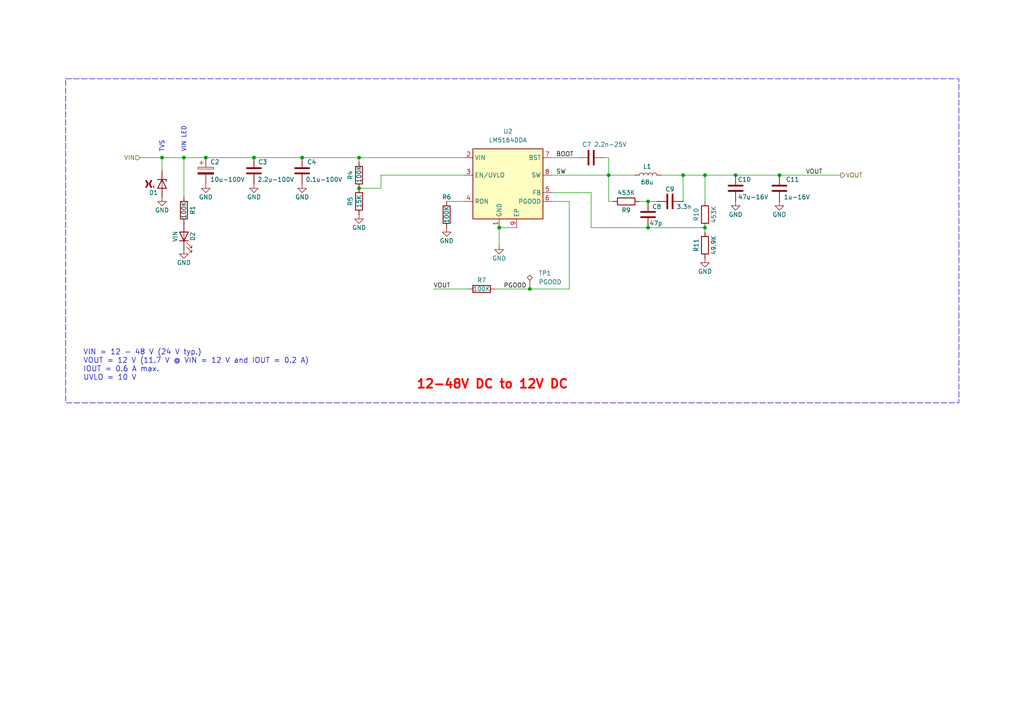
<source format=kicad_sch>
(kicad_sch (version 20250114) (generator "eeschema") (generator_version "9.0")
  (paper "A4")
  (title_block (title "Motor Controller Board NEVB-MTR1-C-1") (date "2025-04-25") (rev "01") (comment 1 "Contact: https://www.nexperia.com/support") (comment 2 "Designed for: Public Release") (comment 3 "Orderable: NEVB-MTR1-KIT1"))
  (lib_symbols
    (symbol "Connector:TestPoint_Alt" (pin_numbers (hide yes)) (pin_names (offset 0.762) (hide yes))
      (property "Reference" "TP" (at 0 6.858 0))
      (property "Value" "TestPoint_Alt" (at 0 5.08 0))
      (symbol "TestPoint_Alt_0_1"
        (polyline (pts (xy 0 2.54) (xy -0.762 3.302) (xy 0 4.064) (xy 0.762 3.302) (xy 0 2.54)))
      )
      (symbol "TestPoint_Alt_1_1"
        (pin passive line (at 0 0 90) (length 2.54) (name "1") (number "1"))
      )
    )
    (symbol "Device:C" (pin_numbers (hide yes)) (pin_names (offset 0.254))
      (property "Reference" "C" (at 0.635 2.54 0))
      (property "Value" "C" (at 0.635 -2.54 0))
      (symbol "C_0_1"
        (polyline (pts (xy -2.032 0.762) (xy 2.032 0.762)) (stroke (width 0.508)))
        (polyline (pts (xy -2.032 -0.762) (xy 2.032 -0.762)) (stroke (width 0.508)))
      )
      (symbol "C_1_1"
        (pin passive line (at 0 3.81 270) (length 2.794) (name "~") (number "1"))
        (pin passive line (at 0 -3.81 90) (length 2.794) (name "~") (number "2"))
      )
    )
    (symbol "Device:C_Polarized" (pin_numbers (hide yes)) (pin_names (offset 0.254))
      (property "Reference" "C" (at 0.635 2.54 0))
      (property "Value" "C_Polarized" (at 0.635 -2.54 0))
      (symbol "C_Polarized_0_1"
        (rectangle (start -2.286 0.508) (end 2.286 1.016))
        (polyline (pts (xy -1.778 2.286) (xy -0.762 2.286)))
        (polyline (pts (xy -1.27 2.794) (xy -1.27 1.778)))
        (rectangle (start 2.286 -0.508) (end -2.286 -1.016) (fill (type outline)))
      )
      (symbol "C_Polarized_1_1"
        (pin passive line (at 0 3.81 270) (length 2.794) (name "~") (number "1"))
        (pin passive line (at 0 -3.81 90) (length 2.794) (name "~") (number "2"))
      )
    )
    (symbol "Device:D_Zener" (pin_numbers (hide yes)) (pin_names (offset 1.016) (hide yes))
      (property "Reference" "D" (at 0 2.54 0))
      (property "Value" "D_Zener" (at 0 -2.54 0))
      (symbol "D_Zener_0_1"
        (polyline (pts (xy -1.27 -1.27) (xy -1.27 1.27) (xy -0.762 1.27)) (stroke (width 0.254)))
        (polyline (pts (xy 1.27 0) (xy -1.27 0)))
        (polyline (pts (xy 1.27 -1.27) (xy 1.27 1.27) (xy -1.27 0) (xy 1.27 -1.27)) (stroke (width 0.254)))
      )
      (symbol "D_Zener_1_1"
        (pin passive line (at -3.81 0 0) (length 2.54) (name "K") (number "1"))
        (pin passive line (at 3.81 0 180) (length 2.54) (name "A") (number "2"))
      )
    )
    (symbol "Device:L" (pin_numbers (hide yes)) (pin_names (offset 1.016) (hide yes))
      (property "Reference" "L" (at -1.27 0 90))
      (property "Value" "L" (at 1.905 0 90))
      (symbol "L_0_1"
        (arc (start 0 2.54) (mid 0.6323 1.905) (end 0 1.27))
        (arc (start 0 1.27) (mid 0.6323 0.635) (end 0 0))
        (arc (start 0 0) (mid 0.6323 -0.635) (end 0 -1.27))
        (arc (start 0 -1.27) (mid 0.6323 -1.905) (end 0 -2.54))
      )
      (symbol "L_1_1"
        (pin passive line (at 0 3.81 270) (length 1.27) (name "1") (number "1"))
        (pin passive line (at 0 -3.81 90) (length 1.27) (name "2") (number "2"))
      )
    )
    (symbol "Device:LED" (pin_numbers (hide yes)) (pin_names (offset 1.016) (hide yes))
      (property "Reference" "D" (at 0 2.54 0))
      (property "Value" "LED" (at 0 -2.54 0))
      (symbol "LED_0_1"
        (polyline (pts (xy -3.048 -0.762) (xy -4.572 -2.286) (xy -3.81 -2.286) (xy -4.572 -2.286) (xy -4.572 -1.524)))
        (polyline (pts (xy -1.778 -0.762) (xy -3.302 -2.286) (xy -2.54 -2.286) (xy -3.302 -2.286) (xy -3.302 -1.524)))
        (polyline (pts (xy -1.27 0) (xy 1.27 0)))
        (polyline (pts (xy -1.27 -1.27) (xy -1.27 1.27)) (stroke (width 0.254)))
        (polyline (pts (xy 1.27 -1.27) (xy 1.27 1.27) (xy -1.27 0) (xy 1.27 -1.27)) (stroke (width 0.254)))
      )
      (symbol "LED_1_1"
        (pin passive line (at -3.81 0 0) (length 2.54) (name "K") (number "1"))
        (pin passive line (at 3.81 0 180) (length 2.54) (name "A") (number "2"))
      )
    )
    (symbol "Device:R" (pin_numbers (hide yes)) (pin_names (offset 0))
      (property "Reference" "R" (at 2.032 0 90))
      (property "Value" "R" (at 0 0 90))
      (symbol "R_0_1"
        (rectangle (start -1.016 -2.54) (end 1.016 2.54) (stroke (width 0.254)))
      )
      (symbol "R_1_1"
        (pin passive line (at 0 3.81 270) (length 1.27) (name "~") (number "1"))
        (pin passive line (at 0 -3.81 90) (length 1.27) (name "~") (number "2"))
      )
    )
    (symbol "Regulator_Switching:LM5164DDA"
      (property "Reference" "U" (at -8.89 11.43 0))
      (property "Value" "LM5164DDA" (at 5.08 11.43 0))
      (symbol "LM5164DDA_1_1"
        (rectangle (start -10.16 10.16) (end 10.16 -10.16) (stroke (width 0.254)) (fill (type background)))
        (pin power_in line (at -12.7 7.62 0) (length 2.54) (name "VIN") (number "2"))
        (pin input line (at -12.7 2.54 0) (length 2.54) (name "EN/UVLO") (number "3"))
        (pin passive line (at -12.7 -5.08 0) (length 2.54) (name "RON") (number "4"))
        (pin power_in line (at -2.54 -12.7 90) (length 2.54) (name "GND") (number "1"))
        (pin passive line (at 2.54 -12.7 90) (length 2.54) (name "EP") (number "9"))
        (pin passive line (at 12.7 7.62 180) (length 2.54) (name "BST") (number "7"))
        (pin power_out line (at 12.7 2.54 180) (length 2.54) (name "SW") (number "8"))
        (pin input line (at 12.7 -2.54 180) (length 2.54) (name "FB") (number "5"))
        (pin open_collector line (at 12.7 -5.08 180) (length 2.54) (name "PGOOD") (number "6"))
      )
    )
    (symbol "power:GND" (power) (pin_numbers (hide yes)) (pin_names (offset 0) (hide yes))
      (property "Value" "GND" (at 0 -3.81 0))
      (symbol "GND_0_1"
        (polyline (pts (xy 0 0) (xy 0 -1.27) (xy 1.27 -1.27) (xy 0 -2.54) (xy -1.27 -1.27) (xy 0 -1.27)))
      )
      (symbol "GND_1_1"
        (pin power_in line (at 0 0 270) (length 0) (name "~") (number "1"))
      )
    )
    (symbol "project:Nexperia_X_Stamp_Logo_5x4mm" (pin_names (offset 1.016)) (in_bom no)
      (symbol "Nexperia_X_Stamp_Logo_5x4mm_0_0"
        (polyline (pts (xy -0.7802 -1.055) (xy -0.7661 -1.055) (xy -0.7527 -1.0549) (xy -0.7401 -1.0549) (xy -0.7284 -1.0548) (xy -0.7179 -1.0548) (xy -0.7087 -1.0547) (xy -0.7008 -1.0546) (xy -0.6945 -1.0545) (xy -0.6899 -1.0544) (xy -0.687 -1.0543) (xy -0.6856 -1.0542) (xy -0.6709 -1.0525) (xy -0.6578 -1.0497) (xy -0.646 -1.0457) (xy -0.6354 -1.0404) (xy -0.6259 -1.0338) (xy -0.6172 -1.0258) (xy -0.616 -1.0245) (xy -0.6118 -1.0198) (xy -0.6079 -1.0146) (xy -0.604 -1.0088) (xy -0.5999 -1.002) (xy -0.5954 -0.9939) (xy -0.5904 -0.9842) (xy -0.5893 -0.982) (xy -0.5873 -0.9781) (xy -0.5845 -0.9725) (xy -0.5808 -0.9654) (xy -0.5764 -0.9566) (xy -0.5711 -0.9463) (xy -0.5652 -0.9347) (xy -0.5585 -0.9216) (xy -0.5512 -0.9072) (xy -0.5432 -0.8915) (xy -0.5346 -0.8747) (xy -0.5254 -0.8566) (xy -0.5157 -0.8375) (xy -0.5054 -0.8174) (xy -0.4947 -0.7963) (xy -0.4835 -0.7743) (xy -0.4718 -0.7514) (xy -0.4598 -0.7277) (xy -0.4473 -0.7033) (xy -0.4345 -0.6783) (xy -0.4215 -0.6526) (xy -0.4081 -0.6263) (xy -0.3944 -0.5996) (xy -0.3806 -0.5724) (xy -0.3665 -0.5448) (xy -0.3655 -0.5427) (xy -0.3515 -0.5152) (xy -0.3376 -0.4881) (xy -0.3241 -0.4614) (xy -0.3108 -0.4353) (xy -0.2977 -0.4098) (xy -0.2851 -0.3848) (xy -0.2727 -0.3606) (xy -0.2608 -0.3371) (xy -0.2492 -0.3145) (xy -0.2381 -0.2927) (xy -0.2275 -0.2718) (xy -0.2174 -0.2519) (xy -0.2078 -0.2331) (xy -0.1988 -0.2153) (xy -0.1904 -0.1988) (xy -0.1826 -0.1834) (xy -0.1754 -0.1693) (xy -0.1689 -0.1565) (xy -0.1631 -0.1452) (xy -0.1581 -0.1352) (xy -0.1538 -0.1268) (xy -0.1504 -0.1199) (xy -0.1477 -0.1147) (xy -0.146 -0.1112) (xy -0.1451 -0.1093) (xy -0.1407 -0.1001) (xy -0.1331 -0.082) (xy -0.1265 -0.0643) (xy -0.1211 -0.0472) (xy -0.1171 -0.0312) (xy -0.117 -0.0306) (xy -0.116 -0.0258) (xy -0.1153 -0.0215) (xy -0.1149 -0.0173) (xy -0.1146 -0.0127) (xy -0.1145 -0.0071) (xy -0.1145 0) (xy -0.1145 0.001) (xy -0.1145 0.0079) (xy -0.1146 0.0133) (xy -0.1149 0.0179) (xy -0.1154 0.022) (xy -0.1161 0.0263) (xy -0.1171 0.0312) (xy -0.119 0.0392) (xy -0.1237 0.0558) (xy -0.1297 0.0732) (xy -0.1368 0.0912) (xy -0.1451 0.1093) (xy -0.1451 0.1094) (xy -0.1461 0.1114) (xy -0.1479 0.115) (xy -0.1506 0.1204) (xy -0.1541 0.1274) (xy -0.1585 0.1359) (xy -0.1635 0.1459) (xy -0.1694 0.1574) (xy -0.1759 0.1703) (xy -0.1831 0.1845) (xy -0.191 0.1999) (xy -0.1994 0.2166) (xy -0.2085 0.2344) (xy -0.2181 0.2534) (xy -0.2283 0.2733) (xy -0.2389 0.2943) (xy -0.2501 0.3161) (xy -0.2616 0.3388) (xy -0.2736 0.3624) (xy -0.286 0.3867) (xy -0.2987 0.4116) (xy -0.3117 0.4372) (xy -0.3251 0.4634) (xy -0.3387 0.4901) (xy -0.3525 0.5172) (xy -0.3665 0.5448) (xy -0.3672 0.546) (xy -0.3812 0.5736) (xy -0.3951 0.6008) (xy -0.4087 0.6275) (xy -0.4221 0.6537) (xy -0.4351 0.6794) (xy -0.4479 0.7045) (xy -0.4603 0.7288) (xy -0.4724 0.7525) (xy -0.484 0.7753) (xy -0.4952 0.7973) (xy -0.5059 0.8183) (xy -0.5162 0.8384) (xy -0.5259 0.8575) (xy -0.535 0.8754) (xy -0.5436 0.8923) (xy -0.5515 0.9079) (xy -0.5588 0.9222) (xy -0.5655 0.9352) (xy -0.5714 0.9468) (xy -0.5766 0.957) (xy -0.581 0.9657) (xy -0.5846 0.9728) (xy -0.5874 0.9783) (xy -0.5894 0.9822) (xy -0.5904 0.9842) (xy -0.5917 0.9868) (xy -0.5966 0.9961) (xy -0.6009 1.0038) (xy -0.605 1.0103) (xy -0.6089 1.016) (xy -0.6129 1.021) (xy -0.6171 1.0257) (xy -0.6222 1.0307) (xy -0.6307 1.0375) (xy -0.64 1.043) (xy -0.6503 1.0474) (xy -0.6619 1.0507) (xy -0.6748 1.053) (xy -0.6893 1.0543) (xy -0.6927 1.0545) (xy -0.6983 1.0546) (xy -0.7058 1.0548) (xy -0.7152 1.0549) (xy -0.7265 1.0549) (xy -0.7395 1.055) (xy -0.7542 1.0551) (xy -0.7706 1.0551) (xy -0.7887 1.0551) (xy -0.8083 1.0551) (xy -0.8295 1.0551) (xy -0.8521 1.055) (xy -0.8662 1.055) (xy -0.885 1.055) (xy -0.902 1.0549) (xy -0.9171 1.0549) (xy -0.9307 1.0548) (xy -0.9427 1.0547) (xy -0.9532 1.0547) (xy -0.9624 1.0546) (xy -0.9703 1.0545) (xy -0.9771 1.0544) (xy -0.9828 1.0543) (xy -0.9876 1.0542) (xy -0.9915 1.0541) (xy -0.9947 1.054) (xy -0.9972 1.0538) (xy -0.9992 1.0537) (xy -1.0007 1.0535) (xy -1.0018 1.0533) (xy -1.0027 1.053) (xy -1.0073 1.0514) (xy -1.0156 1.0473) (xy -1.0223 1.0422) (xy -1.0273 1.0361) (xy -1.0305 1.0293) (xy -1.0319 1.0217) (xy -1.0315 1.0135) (xy -1.0291 1.0048) (xy -1.029 1.0046) (xy -1.0289 1.0042) (xy -1.0287 1.0038) (xy -1.0285 1.0034) (xy -1.0283 1.0028) (xy -1.028 1.0021) (xy -1.0276 1.0013) (xy -1.0271 1.0002) (xy -1.0265 0.9989) (xy -1.0257 0.9973) (xy -1.0248 0.9954) (xy -1.0237 0.9932) (xy -1.0223 0.9905) (xy -1.0208 0.9874) (xy -1.019 0.9839) (xy -1.017 0.9799) (xy -1.0147 0.9753) (xy -1.0121 0.9702) (xy -1.0092 0.9644) (xy -1.006 0.958) (xy -1.0024 0.9509) (xy -0.9984 0.9431) (xy -0.9941 0.9345) (xy -0.9893 0.9251) (xy -0.9841 0.9149) (xy -0.9785 0.9039) (xy -0.9724 0.8919) (xy -0.9659 0.879) (xy -0.9588 0.865) (xy -0.9512 0.8501) (xy -0.9431 0.8341) (xy -0.9344 0.817) (xy -0.9251 0.7988) (xy -0.9152 0.7795) (xy -0.9048 0.7589) (xy -0.8937 0.737) (xy -0.8819 0.7139) (xy -0.8695 0.6895) (xy -0.8564 0.6638) (xy -0.8426 0.6366) (xy -0.828 0.608) (xy -0.8127 0.578) (xy -0.7967 0.5464) (xy -0.7798 0.5133) (xy -0.7622 0.4787) (xy -0.7437 0.4424) (xy -0.7244 0.4045) (xy -0.7042 0.3649) (xy -0.6832 0.3236) (xy -0.6613 0.2805) (xy -0.6557 0.2696) (xy -0.6445 0.2475) (xy -0.6335 0.2259) (xy -0.6228 0.2049) (xy -0.6124 0.1845) (xy -0.6024 0.1648) (xy -0.5928 0.1459) (xy -0.5836 0.1278) (xy -0.5749 0.1106) (xy -0.5667 0.0944) (xy -0.559 0.0792) (xy -0.5519 0.0652) (xy -0.5454 0.0523) (xy -0.5395 0.0407) (xy -0.5343 0.0304) (xy -0.5297 0.0215) (xy -0.526 0.014) (xy -0.523 0.008) (xy -0.5208 0.0037) (xy -0.5195 0.001) (xy -0.519 0) (xy -0.5191 -0.0001) (xy -0.5194 -0.0008) (xy -0.52 -0.0021) (xy -0.521 -0.004) (xy -0.5222 -0.0066) (xy -0.5239 -0.0099) (xy -0.5259 -0.0139) (xy -0.5283 -0.0187) (xy -0.5311 -0.0242) (xy -0.5343 -0.0306) (xy -0.538 -0.0378) (xy -0.5421 -0.046) (xy -0.5467 -0.055) (xy -0.5518 -0.065) (xy -0.5573 -0.076) (xy -0.5634 -0.0879) (xy -0.57 -0.101) (xy -0.5772 -0.1151) (xy -0.5849 -0.1303) (xy -0.5932 -0.1466) (xy -0.6021 -0.1641) (xy -0.6116 -0.1828) (xy -0.6218 -0.2027) (xy -0.6325 -0.2239) (xy -0.644 -0.2464) (xy -0.6561 -0.2703) (xy -0.6689 -0.2954) (xy -0.6824 -0.322) (xy -0.6967 -0.35) (xy -0.7116 -0.3794) (xy -0.7274 -0.4103) (xy -0.7439 -0.4428) (xy -0.7612 -0.4767) (xy -0.7793 -0.5123) (xy -0.7982 -0.5494) (xy -0.8179 -0.5882) (xy -0.8385 -0.6287) (xy -0.86 -0.6709) (xy -0.8823 -0.7148) (xy -0.9056 -0.7605) (xy -0.9094 -0.7681) (xy -0.9219 -0.7925) (xy -0.9334 -0.8152) (xy -0.9442 -0.8363) (xy -0.9541 -0.8557) (xy -0.9632 -0.8737) (xy -0.9716 -0.8901) (xy -0.9792 -0.9052) (xy -0.9862 -0.9189) (xy -0.9925 -0.9314) (xy -0.9982 -0.9426) (xy -1.0032 -0.9526) (xy -1.0078 -0.9615) (xy -1.0117 -0.9694) (xy -1.0152 -0.9764) (xy -1.0182 -0.9824) (xy -1.0208 -0.9875) (xy -1.023 -0.9919) (xy -1.0248 -0.9955) (xy -1.0262 -0.9984) (xy -1.0273 -1.0008) (xy -1.0282 -1.0026) (xy -1.0287 -1.0039) (xy -1.0291 -1.0048) (xy -1.0305 -1.0091) (xy -1.0319 -1.0175) (xy -1.0314 -1.0254) (xy -1.0291 -1.0326) (xy -1.0252 -1.0391) (xy -1.0198 -1.0446) (xy -1.0128 -1.049) (xy -1.0044 -1.0523) (xy -0.9948 -1.0542) (xy -0.9942 -1.0543) (xy -0.9915 -1.0544) (xy -0.9869 -1.0545) (xy -0.9807 -1.0546) (xy -0.9729 -1.0547) (xy -0.9637 -1.0548) (xy -0.9532 -1.0548) (xy -0.9416 -1.0549) (xy -0.9291 -1.0549) (xy -0.9157 -1.055) (xy -0.9016 -1.055) (xy -0.8869 -1.0551) (xy -0.8718 -1.0551) (xy -0.8564 -1.0551) (xy -0.8409 -1.0551) (xy -0.8254 -1.0551) (xy -0.81 -1.0551) (xy -0.7949 -1.0551) (xy -0.7802 -1.055)) (stroke (width 0.01)) (fill (type outline)))
        (polyline (pts (xy 0.8794 -1.0548) (xy 0.8874 -1.052) (xy 0.8904 -1.0508) (xy 0.8987 -1.0466) (xy 0.9052 -1.0415) (xy 0.9099 -1.0355) (xy 0.9128 -1.0286) (xy 0.9139 -1.0208) (xy 0.9132 -1.0123) (xy 0.9132 -1.0121) (xy 0.9131 -1.0117) (xy 0.9132 -1.0115) (xy 0.9132 -1.0113) (xy 0.9133 -1.0112) (xy 0.9133 -1.011) (xy 0.9134 -1.0109) (xy 0.9134 -1.0106) (xy 0.9133 -1.0103) (xy 0.9132 -1.0098) (xy 0.913 -1.0092) (xy 0.9126 -1.0083) (xy 0.9121 -1.0072) (xy 0.9115 -1.0057) (xy 0.9107 -1.004) (xy 0.9097 -1.0018) (xy 0.9085 -0.9993) (xy 0.907 -0.9963) (xy 0.9053 -0.9928) (xy 0.9033 -0.9888) (xy 0.9011 -0.9843) (xy 0.8985 -0.9791) (xy 0.8956 -0.9734) (xy 0.8924 -0.9669) (xy 0.8888 -0.9598) (xy 0.8848 -0.9519) (xy 0.8804 -0.9432) (xy 0.8756 -0.9337) (xy 0.8703 -0.9233) (xy 0.8646 -0.912) (xy 0.8585 -0.8998) (xy 0.8518 -0.8867) (xy 0.8446 -0.8725) (xy 0.8368 -0.8573) (xy 0.8286 -0.841) (xy 0.8197 -0.8236) (xy 0.8103 -0.805) (xy 0.8002 -0.7852) (xy 0.7895 -0.7642) (xy 0.7782 -0.7419) (xy 0.7662 -0.7183) (xy 0.7535 -0.6934) (xy 0.7401 -0.6671) (xy 0.726 -0.6393) (xy 0.7111 -0.6101) (xy 0.6955 -0.5794) (xy 0.6791 -0.5472) (xy 0.6619 -0.5134) (xy 0.6438 -0.478) (xy 0.625 -0.4409) (xy 0.6052 -0.4022) (xy 0.5846 -0.3617) (xy 0.5632 -0.3195) (xy 0.5542 -0.302) (xy 0.5423 -0.2786) (xy 0.5307 -0.2557) (xy 0.5193 -0.2334) (xy 0.5083 -0.2117) (xy 0.4976 -0.1907) (xy 0.4873 -0.1705) (xy 0.4775 -0.1511) (xy 0.468 -0.1325) (xy 0.4591 -0.1149) (xy 0.4507 -0.0984) (xy 0.4428 -0.0829) (xy 0.4356 -0.0686) (xy 0.4289 -0.0555) (xy 0.4229 -0.0436) (xy 0.4176 -0.0331) (xy 0.413 -0.024) (xy 0.4091 -0.0164) (xy 0.406 -0.0103) (xy 0.4038 -0.0058) (xy 0.4024 -0.003) (xy 0.4018 -0.0019) (xy 0.4018 -0.0016) (xy 0.4019 -0.001) (xy 0.4022 -0.0001) (xy 0.4027 0.0013) (xy 0.4035 0.003) (xy 0.4045 0.0053) (xy 0.4058 0.0081) (xy 0.4074 0.0115) (xy 0.4093 0.0156) (xy 0.4117 0.0204) (xy 0.4144 0.0259) (xy 0.4175 0.0323) (xy 0.4211 0.0395) (xy 0.4252 0.0477) (xy 0.4298 0.0569) (xy 0.435 0.0671) (xy 0.4406 0.0784) (xy 0.4469 0.0908) (xy 0.4538 0.1044) (xy 0.4614 0.1193) (xy 0.4696 0.1355) (xy 0.4785 0.153) (xy 0.4881 0.172) (xy 0.4985 0.1924) (xy 0.5097 0.2144) (xy 0.5216 0.2379) (xy 0.5345 0.2631) (xy 0.5481 0.29) (xy 0.5627 0.3186) (xy 0.5731 0.339) (xy 0.5942 0.3804) (xy 0.6144 0.4201) (xy 0.6337 0.4581) (xy 0.6522 0.4944) (xy 0.6698 0.529) (xy 0.6867 0.5621) (xy 0.7027 0.5936) (xy 0.718 0.6237) (xy 0.7325 0.6522) (xy 0.7463 0.6793) (xy 0.7594 0.705) (xy 0.7717 0.7293) (xy 0.7834 0.7523) (xy 0.7945 0.774) (xy 0.8049 0.7944) (xy 0.8147 0.8136) (xy 0.8238 0.8317) (xy 0.8324 0.8486) (xy 0.8405 0.8644) (xy 0.8479 0.8791) (xy 0.8549 0.8928) (xy 0.8614 0.9056) (xy 0.8673 0.9173) (xy 0.8728 0.9282) (xy 0.8779 0.9381) (xy 0.8825 0.9473) (xy 0.8867 0.9556) (xy 0.8905 0.9632) (xy 0.8939 0.97) (xy 0.897 0.9761) (xy 0.8997 0.9816) (xy 0.9022 0.9865) (xy 0.9043 0.9908) (xy 0.9061 0.9945) (xy 0.9077 0.9978) (xy 0.9091 1.0006) (xy 0.9102 1.0029) (xy 0.9111 1.0049) (xy 0.9118 1.0065) (xy 0.9124 1.0078) (xy 0.9128 1.0088) (xy 0.9131 1.0096) (xy 0.9133 1.0101) (xy 0.9134 1.0105) (xy 0.9134 1.0108) (xy 0.9134 1.011) (xy 0.9133 1.0111) (xy 0.9133 1.0112) (xy 0.9132 1.0113) (xy 0.9131 1.0115) (xy 0.9131 1.0118) (xy 0.9132 1.0122) (xy 0.9136 1.0151) (xy 0.9138 1.0234) (xy 0.9121 1.0309) (xy 0.9086 1.0375) (xy 0.9033 1.0432) (xy 0.8962 1.048) (xy 0.8874 1.052) (xy 0.8794 1.0548) (xy 0.7343 1.0551) (xy 0.7256 1.0551) (xy 0.7043 1.0551) (xy 0.6849 1.0552) (xy 0.6672 1.0552) (xy 0.6512 1.0552) (xy 0.6369 1.0551) (xy 0.624 1.0551) (xy 0.6124 1.055) (xy 0.6022 1.0549) (xy 0.5932 1.0548) (xy 0.5852 1.0546) (xy 0.5783 1.0544) (xy 0.5722 1.0542) (xy 0.567 1.0539) (xy 0.5624 1.0536) (xy 0.5584 1.0533) (xy 0.555 1.0529) (xy 0.5519 1.0525) (xy 0.5491 1.052) (xy 0.5466 1.0514) (xy 0.5441 1.0508) (xy 0.5419 1.0503) (xy 0.5322 1.0473) (xy 0.5239 1.044) (xy 0.5165 1.0399) (xy 0.5094 1.0349) (xy 0.5023 1.0287) (xy 0.4988 1.0252) (xy 0.4928 1.0184) (xy 0.4872 1.0106) (xy 0.4816 1.0015) (xy 0.4758 0.9907) (xy 0.4751 0.9893) (xy 0.4733 0.9858) (xy 0.4707 0.9807) (xy 0.4673 0.9741) (xy 0.4632 0.9661) (xy 0.4585 0.9568) (xy 0.4532 0.9464) (xy 0.4474 0.935) (xy 0.4411 0.9226) (xy 0.4344 0.9095) (xy 0.4274 0.8956) (xy 0.42 0.8812) (xy 0.4124 0.8664) (xy 0.4047 0.8512) (xy 0.403 0.8478) (xy 0.3806 0.8039) (xy 0.3591 0.7618) (xy 0.3385 0.7214) (xy 0.3188 0.6826) (xy 0.2999 0.6456) (xy 0.2818 0.6101) (xy 0.2645 0.5762) (xy 0.248 0.5438) (xy 0.2323 0.5129) (xy 0.2173 0.4835) (xy 0.2031 0.4555) (xy 0.1895 0.4289) (xy 0.1766 0.4037) (xy 0.1645 0.3798) (xy 0.1529 0.3571) (xy 0.142 0.3357) (xy 0.1317 0.3155) (xy 0.122 0.2964) (xy 0.1129 0.2785) (xy 0.1044 0.2617) (xy 0.0964 0.246) (xy 0.0889 0.2312) (xy 0.0819 0.2175) (xy 0.0754 0.2046) (xy 0.0693 0.1927) (xy 0.0638 0.1817) (xy 0.0586 0.1715) (xy 0.0538 0.1621) (xy 0.0495 0.1535) (xy 0.0455 0.1456) (xy 0.0419 0.1383) (xy 0.0386 0.1318) (xy 0.0356 0.1258) (xy 0.0329 0.1204) (xy 0.0305 0.1156) (xy 0.0284 0.1113) (xy 0.0265 0.1074) (xy 0.0248 0.1039) (xy 0.0233 0.1009) (xy 0.022 0.0982) (xy 0.0209 0.0958) (xy 0.02 0.0938) (xy 0.0191 0.0919) (xy 0.0184 0.0903) (xy 0.0178 0.0888) (xy 0.0172 0.0875) (xy 0.0167 0.0863) (xy 0.0162 0.0851) (xy 0.0158 0.084) (xy 0.0153 0.0828) (xy 0.0149 0.0816) (xy 0.0113 0.0723) (xy 0.0056 0.0555) (xy 0.0012 0.0398) (xy -0.0019 0.0249) (xy -0.0035 0.0105) (xy -0.0038 -0.0037) (xy -0.0028 -0.018) (xy -0.0004 -0.0327) (xy 0.0033 -0.048) (xy 0.0084 -0.0642) (xy 0.0149 -0.0816) (xy 0.0149 -0.0817) (xy 0.0154 -0.0829) (xy 0.0158 -0.0841) (xy 0.0163 -0.0852) (xy 0.0167 -0.0864) (xy 0.0172 -0.0876) (xy 0.0178 -0.0889) (xy 0.0184 -0.0904) (xy 0.0192 -0.092) (xy 0.02 -0.0939) (xy 0.021 -0.096) (xy 0.0221 -0.0984) (xy 0.0234 -0.1011) (xy 0.0249 -0.1042) (xy 0.0266 -0.1077) (xy 0.0285 -0.1116) (xy 0.0307 -0.1159) (xy 0.0331 -0.1208) (xy 0.0358 -0.1262) (xy 0.0388 -0.1322) (xy 0.0421 -0.1389) (xy 0.0458 -0.1461) (xy 0.0498 -0.1541) (xy 0.0542 -0.1628) (xy 0.059 -0.1722) (xy 0.0642 -0.1825) (xy 0.0698 -0.1936) (xy 0.0759 -0.2056) (xy 0.0824 -0.2184) (xy 0.0894 -0.2323) (xy 0.0969 -0.2471) (xy 0.105 -0.2629) (xy 0.1136 -0.2798) (xy 0.1227 -0.2978) (xy 0.1325 -0.317) (xy 0.1428 -0.3373) (xy 0.1538 -0.3588) (xy 0.1653 -0.3815) (xy 0.1776 -0.4055) (xy 0.1905 -0.4309) (xy 0.2041 -0.4576) (xy 0.2184 -0.4857) (xy 0.2334 -0.5152) (xy 0.2492 -0.5462) (xy 0.2658 -0.5787) (xy 0.2831 -0.6127) (xy 0.3013 -0.6483) (xy 0.3202 -0.6855) (xy 0.34 -0.7243) (xy 0.3607 -0.7649) (xy 0.3822 -0.8071) (xy 0.4047 -0.8512) (xy 0.4099 -0.8613) (xy 0.4175 -0.8763) (xy 0.4249 -0.8909) (xy 0.4321 -0.9049) (xy 0.4389 -0.9183) (xy 0.4453 -0.9309) (xy 0.4513 -0.9427) (xy 0.4568 -0.9534) (xy 0.4617 -0.9631) (xy 0.466 -0.9715) (xy 0.4696 -0.9786) (xy 0.4725 -0.9843) (xy 0.4746 -0.9883) (xy 0.4758 -0.9907) (xy 0.4787 -0.9962) (xy 0.482 -1.0021) (xy 0.4852 -1.0076) (xy 0.488 -1.012) (xy 0.4889 -1.0132) (xy 0.4936 -1.0193) (xy 0.4991 -1.0254) (xy 0.5051 -1.0312) (xy 0.511 -1.0363) (xy 0.5164 -1.04) (xy 0.5178 -1.0408) (xy 0.5282 -1.0458) (xy 0.54 -1.0497) (xy 0.5527 -1.0526) (xy 0.566 -1.0542) (xy 0.5661 -1.0542) (xy 0.5686 -1.0543) (xy 0.5731 -1.0544) (xy 0.5793 -1.0544) (xy 0.5871 -1.0545) (xy 0.5965 -1.0546) (xy 0.6072 -1.0547) (xy 0.6193 -1.0547) (xy 0.6324 -1.0548) (xy 0.6466 -1.0548) (xy 0.6617 -1.0549) (xy 0.6776 -1.0549) (xy 0.6942 -1.0549) (xy 0.7112 -1.0549) (xy 0.7287 -1.0549) (xy 0.8794 -1.0548)) (stroke (width 0.01)) (fill (type outline)))
        (polyline (pts (xy 1.3946 -1.0539) (xy 1.4043 -1.0533) (xy 1.4132 -1.0525) (xy 1.4205 -1.0513) (xy 1.4296 -1.0493) (xy 1.4479 -1.0436) (xy 1.4652 -1.0362) (xy 1.4816 -1.0272) (xy 1.4968 -1.0167) (xy 1.5109 -1.0047) (xy 1.5237 -0.9913) (xy 1.5352 -0.9767) (xy 1.5451 -0.9608) (xy 1.5536 -0.9439) (xy 1.5604 -0.926) (xy 1.5655 -0.9071) (xy 1.5658 -0.9055) (xy 1.5665 -0.9021) (xy 1.567 -0.8988) (xy 1.5673 -0.8952) (xy 1.5675 -0.891) (xy 1.5677 -0.8859) (xy 1.5677 -0.8794) (xy 1.5678 -0.8713) (xy 1.5678 -0.8676) (xy 1.5677 -0.8603) (xy 1.5676 -0.8544) (xy 1.5675 -0.8497) (xy 1.5672 -0.8458) (xy 1.5668 -0.8424) (xy 1.5662 -0.8391) (xy 1.5655 -0.8355) (xy 1.563 -0.8256) (xy 1.557 -0.8069) (xy 1.5493 -0.7892) (xy 1.5399 -0.7726) (xy 1.5289 -0.7572) (xy 1.5164 -0.743) (xy 1.5024 -0.7301) (xy 1.4869 -0.7185) (xy 1.4847 -0.7171) (xy 1.4682 -0.7076) (xy 1.4511 -0.6999) (xy 1.4334 -0.6941) (xy 1.4152 -0.6901) (xy 1.3968 -0.6881) (xy 1.3783 -0.6878) (xy 1.3598 -0.6895) (xy 1.3414 -0.6931) (xy 1.3233 -0.6986) (xy 1.3057 -0.7059) (xy 1.2971 -0.7103) (xy 1.2811 -0.7202) (xy 1.2662 -0.7317) (xy 1.2525 -0.7447) (xy 1.2402 -0.7589) (xy 1.2295 -0.7743) (xy 1.2225 -0.7865) (xy 1.2154 -0.8021) (xy 1.2097 -0.8181) (xy 1.2055 -0.834) (xy 1.2048 -0.8381) (xy 1.2023 -0.8569) (xy 1.2018 -0.8755) (xy 1.2031 -0.8937) (xy 1.2062 -0.9115) (xy 1.2111 -0.9288) (xy 1.2175 -0.9454) (xy 1.2255 -0.9613) (xy 1.235 -0.9763) (xy 1.2458 -0.9903) (xy 1.2581 -1.0033) (xy 1.2715 -1.015) (xy 1.2862 -1.0255) (xy 1.3019 -1.0346) (xy 1.3187 -1.0421) (xy 1.3365 -1.048) (xy 1.3551 -1.0523) (xy 1.3574 -1.0526) (xy 1.3653 -1.0534) (xy 1.3746 -1.0539) (xy 1.3845 -1.0541) (xy 1.3946 -1.0539)) (stroke (width 0.01)) (fill (type outline)))
      )
    )
  )
  (rectangle (start 19.05 22.86) (end 278.13 116.84) (stroke (width 0) (type dash)))
  (text "VIN LED" (at 54.102 44.196 90) (effects (font (size 1.27 1.27)) (justify left bottom)))
  (text "VIN = 12 - 48 V (24 V typ.)\nVOUT = 12 V (11.7 V @ VIN = 12 V and IOUT = 0.2 A)\nIOUT = 0.6 A max.\nUVLO = 10 V" (at 24.13 110.49 0) (effects (font (size 1.524 1.524)) (justify left bottom)))
  (text "TVS" (at 47.752 44.196 90) (effects (font (size 1.27 1.27)) (justify left bottom)))
  (text "12-48V DC to 12V DC" (at 120.65 113.03 0) (effects (font (size 2.54 2.54) (thickness 0.508) (bold yes)) (justify left bottom)))
  (junction (at 73.66 45.72))
  (junction (at 213.36 50.8))
  (junction (at 204.47 50.8))
  (junction (at 53.34 45.72))
  (junction (at 198.12 50.8))
  (junction (at 176.53 50.8))
  (junction (at 226.06 50.8))
  (junction (at 187.96 58.42))
  (junction (at 104.14 45.72))
  (junction (at 153.67 83.82))
  (junction (at 59.69 45.72))
  (junction (at 46.99 45.72))
  (junction (at 187.96 66.04))
  (junction (at 204.47 66.04))
  (junction (at 87.63 45.72))
  (junction (at 144.78 66.04))
  (junction (at 104.14 54.61))
  (wire (pts (xy 160.02 55.88) (xy 171.45 55.88)))
  (wire (pts (xy 46.99 45.72) (xy 46.99 49.53)))
  (wire (pts (xy 134.62 50.8) (xy 110.49 50.8)))
  (wire (pts (xy 134.62 58.42) (xy 129.54 58.42)))
  (wire (pts (xy 198.12 58.42) (xy 198.12 50.8)))
  (wire (pts (xy 177.8 58.42) (xy 176.53 58.42)))
  (wire (pts (xy 73.66 45.72) (xy 87.63 45.72)))
  (wire (pts (xy 176.53 45.72) (xy 176.53 50.8)))
  (wire (pts (xy 53.34 45.72) (xy 59.69 45.72)))
  (wire (pts (xy 46.99 45.72) (xy 53.34 45.72)))
  (wire (pts (xy 171.45 66.04) (xy 187.96 66.04)))
  (wire (pts (xy 191.77 50.8) (xy 198.12 50.8)))
  (wire (pts (xy 149.86 66.04) (xy 144.78 66.04)))
  (wire (pts (xy 204.47 50.8) (xy 204.47 58.42)))
  (wire (pts (xy 153.67 83.82) (xy 165.1 83.82)))
  (wire (pts (xy 176.53 45.72) (xy 175.26 45.72)))
  (wire (pts (xy 171.45 55.88) (xy 171.45 66.04)))
  (wire (pts (xy 165.1 58.42) (xy 160.02 58.42)))
  (wire (pts (xy 87.63 45.72) (xy 104.14 45.72)))
  (wire (pts (xy 226.06 50.8) (xy 243.84 50.8)))
  (wire (pts (xy 110.49 50.8) (xy 110.49 54.61)))
  (wire (pts (xy 185.42 58.42) (xy 187.96 58.42)))
  (wire (pts (xy 204.47 50.8) (xy 213.36 50.8)))
  (wire (pts (xy 53.34 45.72) (xy 53.34 57.15)))
  (wire (pts (xy 104.14 46.99) (xy 104.14 45.72)))
  (wire (pts (xy 165.1 58.42) (xy 165.1 83.82)))
  (wire (pts (xy 144.78 66.04) (xy 144.78 71.12)))
  (wire (pts (xy 135.89 83.82) (xy 125.73 83.82)))
  (wire (pts (xy 104.14 54.61) (xy 110.49 54.61)))
  (wire (pts (xy 160.02 45.72) (xy 167.64 45.72)))
  (wire (pts (xy 59.69 45.72) (xy 73.66 45.72)))
  (wire (pts (xy 104.14 45.72) (xy 134.62 45.72)))
  (wire (pts (xy 143.51 83.82) (xy 153.67 83.82)))
  (wire (pts (xy 40.64 45.72) (xy 46.99 45.72)))
  (wire (pts (xy 187.96 58.42) (xy 190.5 58.42)))
  (wire (pts (xy 176.53 58.42) (xy 176.53 50.8)))
  (wire (pts (xy 160.02 50.8) (xy 176.53 50.8)))
  (wire (pts (xy 198.12 50.8) (xy 204.47 50.8)))
  (wire (pts (xy 213.36 50.8) (xy 226.06 50.8)))
  (wire (pts (xy 187.96 66.04) (xy 204.47 66.04)))
  (wire (pts (xy 176.53 50.8) (xy 184.15 50.8)))
  (wire (pts (xy 204.47 67.31) (xy 204.47 66.04)))
  (label "PGOOD" (at 146.05 83.82 0))
  (label "VOUT" (at 233.68 50.8 0))
  (label "VOUT" (at 125.73 83.82 0))
  (label "BOOT" (at 161.29 45.72 0))
  (label "SW" (at 161.29 50.8 0))
  (hierarchical_label "VIN" (shape input) (at 40.64 45.72 180))
  (hierarchical_label "VOUT" (shape output) (at 243.84 50.8 0))
  (symbol (lib_id "Device:C") (at 194.31 58.42 90) (unit 1)
    (property "Reference" "C9" (at 194.31 54.864 90))
    (property "Value" "3.3n" (at 198.374 59.944 90))
    (property "Footprint" "Capacitor_SMD:C_0603_1608Metric_Pad1.08x0.95mm_HandSolder" (effects (hide yes)))
    (property "Datasheet" "https://www.we-online.com/components/products/datasheet/885012206062.pdf" (effects (hide yes)))
    (property "Manufacturer" "WURTH ELEKTRONIK" (effects (hide yes)))
    (property "Mfg Part No" "885012206062" (effects (hide yes)))
    (property "Farnell Part No" "2534029" (effects (hide yes)))
    (property "Mouser Part No" "710-885012206062" (effects (hide yes)))
  )
  (symbol (lib_id "Device:R") (at 139.7 83.82 270) (unit 1)
    (property "Reference" "R7" (at 139.7 81.28 90))
    (property "Value" "100K" (at 139.7 83.82 90))
    (property "Footprint" "Resistor_SMD:R_0603_1608Metric_Pad0.98x0.95mm_HandSolder" (effects (hide yes)))
    (property "Datasheet" "https://www.yageo.com/upload/media/product/app/datasheet/rchip/pyu-rt_1-to-0.01_rohs_l.pdf" (effects (hide yes)))
    (property "Manufacturer" "YAGEO" (effects (hide yes)))
    (property "Mfg Part No" "RT0603FRE07100KL" (effects (hide yes)))
    (property "Farnell Part No" "1500586" (effects (hide yes)))
    (property "Mouser Part No" "603-RT0603FRE07100KL" (effects (hide yes)))
  )
  (symbol (lib_id "Device:R") (at 181.61 58.42 270) (unit 1)
    (property "Reference" "R9" (at 181.61 60.96 90))
    (property "Value" "453K" (at 181.61 55.88 90))
    (property "Footprint" "Resistor_SMD:R_0603_1608Metric_Pad0.98x0.95mm_HandSolder" (effects (hide yes)))
    (property "Datasheet" "https://www.yageo.com/upload/media/product/products/datasheet/rchip/PYu-RC_Group_51_RoHS_L_12.pdf" (effects (hide yes)))
    (property "Manufacturer" "YAGEO" (effects (hide yes)))
    (property "Mfg Part No" "RC0603FR-07453KL" (effects (hide yes)))
    (property "Farnell Part No" "3950841" (effects (hide yes)))
    (property "Mouser Part No" "603-RC0603FR-07453KL" (effects (hide yes)))
  )
  (symbol (lib_id "Device:C") (at 171.45 45.72 90) (unit 1)
    (property "Reference" "C7" (at 170.18 41.91 90))
    (property "Value" "2.2n-25V" (at 177.038 41.91 90))
    (property "Footprint" "Capacitor_SMD:C_0603_1608Metric_Pad1.08x0.95mm_HandSolder" (effects (hide yes)))
    (property "Datasheet" "https://www.we-online.com/components/products/datasheet/885012206061.pdf" (effects (hide yes)))
    (property "Manufacturer" "WURTH ELEKTRONIK" (effects (hide yes)))
    (property "Mfg Part No" "885012206061" (effects (hide yes)))
    (property "Farnell Part No" "2534028" (effects (hide yes)))
    (property "Mouser Part No" "710-885012206061" (effects (hide yes)))
  )
  (symbol (lib_id "Device:C") (at 73.66 49.53 0) (unit 1)
    (property "Reference" "C3" (at 76.2 46.99 0))
    (property "Value" "2.2u-100V" (at 80.01 52.07 0))
    (property "Footprint" "Capacitor_SMD:C_1210_3225Metric_Pad1.33x2.70mm_HandSolder" (effects (hide yes)))
    (property "Datasheet" "https://www.we-online.com/components/products/datasheet/885012209071.pdf" (effects (hide yes)))
    (property "Manufacturer" "WURTH ELEKTRONIK" (effects (hide yes)))
    (property "Mfg Part No" "885012209071" (effects (hide yes)))
    (property "Farnell Part No" "4061686" (effects (hide yes)))
    (property "Mouser Part No" "710-885012209071" (effects (hide yes)))
  )
  (symbol (lib_id "Device:C") (at 187.96 62.23 180) (unit 1)
    (property "Reference" "C8" (at 190.5 59.944 0))
    (property "Value" "47p" (at 190.246 64.77 0))
    (property "Footprint" "Capacitor_SMD:C_0603_1608Metric_Pad1.08x0.95mm_HandSolder" (effects (hide yes)))
    (property "Datasheet" "https://www.we-online.com/components/products/datasheet/885012006036.pdf" (effects (hide yes)))
    (property "Manufacturer" "WURTH ELEKTRONIK" (effects (hide yes)))
    (property "Mfg Part No" "885012006036" (effects (hide yes)))
    (property "Farnell Part No" "2533837" (effects (hide yes)))
    (property "Mouser Part No" "710-885012006036" (effects (hide yes)))
  )
  (symbol (lib_id "project:Nexperia_X_Stamp_Logo_5x4mm") (at 43.18 53.34 0) (unit 1) (in_bom no)
    (property "Reference" "SYM1" (effects (hide yes)))
    (property "Value" "Nexperia_X_Stamp_Logo" (effects (hide yes)))
    (property "Footprint" "project:Nexperia_X_Stamp_Logo_2x2mm" (effects (hide yes)))
  )
  (symbol (lib_id "Device:C") (at 87.63 49.53 0) (unit 1)
    (property "Reference" "C4" (at 90.424 46.99 0))
    (property "Value" "0.1u-100V" (at 93.98 52.07 0))
    (property "Footprint" "Capacitor_SMD:C_0603_1608Metric_Pad1.08x0.95mm_HandSolder" (effects (hide yes)))
    (property "Datasheet" "https://www.we-online.com/components/products/datasheet/885012206120.pdf" (effects (hide yes)))
    (property "Manufacturer" "WURTH ELEKTRONIK" (effects (hide yes)))
    (property "Mfg Part No" "885012206120" (effects (hide yes)))
    (property "Farnell Part No" "4061680" (effects (hide yes)))
    (property "Mouser Part No" "710-885012206120" (effects (hide yes)))
  )
  (symbol (lib_id "Device:R") (at 53.34 60.96 0) (unit 1)
    (property "Reference" "R1" (at 55.88 60.96 90))
    (property "Value" "100K" (at 53.34 60.96 90))
    (property "Footprint" "Resistor_SMD:R_0805_2012Metric_Pad1.20x1.40mm_HandSolder" (effects (hide yes)))
    (property "Datasheet" "http://www.kamaya.co.jp/upload/products_pdf/kamaya_products(RMC1-32,RMC1-20,RMC1-16S,RMC1-16,RMC1-10,RMC1-8,RMC1-4,RMC1-2,RMC1)_english_20240824_132441.pdf" (effects (hide yes)))
    (property "Manufacturer" "KAMAYA" (effects (hide yes)))
    (property "Mfg Part No" "RMC1/10K1003FTP" (effects (hide yes)))
    (property "Mouser Part No" "791-RMC1/10K1003FTP" (effects (hide yes)))
  )
  (symbol (lib_id "Device:L") (at 187.96 50.8 90) (unit 1)
    (property "Reference" "L1" (at 187.706 48.26 90))
    (property "Value" "68u" (at 187.706 52.832 90))
    (property "Footprint" "project:L_WE_PD_7345P" (effects (hide yes)))
    (property "Datasheet" "https://www.we-online.com/components/products/datasheet/7447773680.pdf" (effects (hide yes)))
    (property "Manufacturer" "WURTH ELEKTRONIK" (effects (hide yes)))
    (property "Mfg Part No" "7447773680" (effects (hide yes)))
    (property "Farnell Part No" "3221536" (effects (hide yes)))
    (property "Mouser Part No" "710-7447773680" (effects (hide yes)))
  )
  (symbol (lib_id "Device:C") (at 213.36 54.61 180) (unit 1)
    (property "Reference" "C10" (at 215.9 52.07 0))
    (property "Value" "47u-16V" (at 218.44 57.15 0))
    (property "Footprint" "Capacitor_SMD:C_1210_3225Metric_Pad1.33x2.70mm_HandSolder" (effects (hide yes)))
    (property "Datasheet" "https://www.we-online.com/components/products/datasheet/885012109011.pdf" (effects (hide yes)))
    (property "Manufacturer" "WURTH ELEKTRONIK" (effects (hide yes)))
    (property "Mfg Part No" "885012109011" (effects (hide yes)))
    (property "Farnell Part No" "4261498" (effects (hide yes)))
    (property "Mouser Part No" "710-885012109011" (effects (hide yes)))
  )
  (symbol (lib_id "power:GND") (at 46.99 57.15 0) (unit 1)
    (property "Reference" "#PWR01" (effects (hide yes)))
    (property "Value" "GND" (at 46.99 60.96 0))
    (property "Description" "Power symbol creates a global label with name \"GND\" , ground" (effects (hide yes)))
  )
  (symbol (lib_id "power:GND") (at 73.66 53.34 0) (unit 1)
    (property "Reference" "#PWR06" (effects (hide yes)))
    (property "Value" "GND" (at 73.66 57.15 0))
    (property "Description" "Power symbol creates a global label with name \"GND\" , ground" (effects (hide yes)))
  )
  (symbol (lib_id "Device:R") (at 204.47 71.12 180) (unit 1)
    (property "Reference" "R11" (at 201.93 71.12 90))
    (property "Value" "49.9K" (at 207.01 71.12 90))
    (property "Footprint" "Resistor_SMD:R_0603_1608Metric_Pad0.98x0.95mm_HandSolder" (effects (hide yes)))
    (property "Datasheet" "https://www.bourns.com/docs/product-datasheets/cr.pdf?sfvrsn=574d41f6_14" (effects (hide yes)))
    (property "Manufacturer" "BOURNS" (effects (hide yes)))
    (property "Mfg Part No" "CR0603-FX-4992ELF" (effects (hide yes)))
    (property "Farnell Part No" "CR0603-FX-4992ELF" (effects (hide yes)))
    (property "Mouser Part No" "652-CR0603FX-4992ELF" (effects (hide yes)))
  )
  (symbol (lib_id "power:GND") (at 53.34 72.39 0) (unit 1)
    (property "Reference" "#PWR03" (effects (hide yes)))
    (property "Value" "GND" (at 53.34 76.2 0))
    (property "Description" "Power symbol creates a global label with name \"GND\" , ground" (effects (hide yes)))
  )
  (symbol (lib_id "power:GND") (at 204.47 74.93 0) (unit 1)
    (property "Reference" "#PWR016" (effects (hide yes)))
    (property "Value" "GND" (at 204.47 78.74 0))
    (property "Description" "Power symbol creates a global label with name \"GND\" , ground" (effects (hide yes)))
  )
  (symbol (lib_id "Device:C_Polarized") (at 59.69 49.53 0) (unit 1)
    (property "Reference" "C2" (at 60.96 46.99 0) (effects (justify left)))
    (property "Value" "10u-100V" (at 60.96 52.07 0) (effects (justify left)))
    (property "Footprint" "Capacitor_SMD:CP_Elec_6.3x9.9" (effects (hide yes)))
    (property "Datasheet" "https://www.we-online.com/components/products/datasheet/865060845002.pdf" (effects (hide yes)))
    (property "Manufacturer" "WURTH ELEKTRONIK" (effects (hide yes)))
    (property "Mfg Part No" "865060845002" (effects (hide yes)))
    (property "Farnell Part No" "4061463" (effects (hide yes)))
    (property "Mouser Part No" "710-865060845002" (effects (hide yes)))
  )
  (symbol (lib_id "Device:C") (at 226.06 54.61 0) (unit 1)
    (property "Reference" "C11" (at 229.87 52.07 0))
    (property "Value" "1u-16V" (at 231.14 57.15 0))
    (property "Footprint" "Capacitor_SMD:C_0805_2012Metric_Pad1.18x1.45mm_HandSolder" (effects (hide yes)))
    (property "Datasheet" "https://www.we-online.com/components/products/datasheet/885012207051.pdf" (effects (hide yes)))
    (property "Manufacturer" "WURTH ELEKTRONIK" (effects (hide yes)))
    (property "Mfg Part No" "885012207051" (effects (hide yes)))
    (property "Farnell Part No" "2534058" (effects (hide yes)))
    (property "Mouser Part No" "710-885012207051" (effects (hide yes)))
  )
  (symbol (lib_id "power:GND") (at 226.06 58.42 0) (unit 1)
    (property "Reference" "#PWR018" (effects (hide yes)))
    (property "Value" "GND" (at 226.06 62.23 0))
    (property "Description" "Power symbol creates a global label with name \"GND\" , ground" (effects (hide yes)))
  )
  (symbol (lib_id "Device:R") (at 104.14 58.42 180) (unit 1)
    (property "Reference" "R5" (at 101.6 58.42 90))
    (property "Value" "15K" (at 104.14 58.42 90))
    (property "Footprint" "Resistor_SMD:R_0603_1608Metric_Pad0.98x0.95mm_HandSolder" (effects (hide yes)))
    (property "Datasheet" "https://www.bourns.com/docs/product-datasheets/cr.pdf" (effects (hide yes)))
    (property "Manufacturer" "BOURNS" (effects (hide yes)))
    (property "Mfg Part No" "CR0603-FX-1502ELF" (effects (hide yes)))
    (property "Farnell Part No" "2333567" (effects (hide yes)))
    (property "Mouser Part No" "652-CR0603FX-1502ELF" (effects (hide yes)))
  )
  (symbol (lib_id "power:GND") (at 104.14 62.23 0) (unit 1)
    (property "Reference" "#PWR08" (effects (hide yes)))
    (property "Value" "GND" (at 104.14 66.04 0))
    (property "Description" "Power symbol creates a global label with name \"GND\" , ground" (effects (hide yes)))
  )
  (symbol (lib_id "power:GND") (at 144.78 71.12 0) (unit 1)
    (property "Reference" "#PWR013" (effects (hide yes)))
    (property "Value" "GND" (at 144.78 74.93 0))
    (property "Description" "Power symbol creates a global label with name \"GND\" , ground" (effects (hide yes)))
  )
  (symbol (lib_id "power:GND") (at 87.63 53.34 0) (unit 1)
    (property "Reference" "#PWR07" (effects (hide yes)))
    (property "Value" "GND" (at 87.63 57.15 0))
    (property "Description" "Power symbol creates a global label with name \"GND\" , ground" (effects (hide yes)))
  )
  (symbol (lib_id "Device:R") (at 204.47 62.23 180) (unit 1)
    (property "Reference" "R10" (at 201.93 62.23 90))
    (property "Value" "453K" (at 207.01 62.23 90))
    (property "Footprint" "Resistor_SMD:R_0603_1608Metric_Pad0.98x0.95mm_HandSolder" (effects (hide yes)))
    (property "Datasheet" "https://www.yageo.com/upload/media/product/products/datasheet/rchip/PYu-RC_Group_51_RoHS_L_12.pdf" (effects (hide yes)))
    (property "Manufacturer" "YAGEO" (effects (hide yes)))
    (property "Mfg Part No" "RC0603FR-07453KL" (effects (hide yes)))
    (property "Farnell Part No" "3950841" (effects (hide yes)))
    (property "Mouser Part No" "603-RC0603FR-07453KL" (effects (hide yes)))
  )
  (symbol (lib_id "power:GND") (at 59.69 53.34 0) (unit 1)
    (property "Reference" "#PWR04" (effects (hide yes)))
    (property "Value" "GND" (at 59.69 57.15 0))
    (property "Description" "Power symbol creates a global label with name \"GND\" , ground" (effects (hide yes)))
  )
  (symbol (lib_id "Device:D_Zener") (at 46.99 53.34 270) (unit 1)
    (property "Reference" "D1" (at 43.18 55.88 90) (effects (justify left)))
    (property "Value" "PTVS60VP1UTP" (effects (hide yes)))
    (property "Footprint" "Diode_SMD:D_SOD-128" (effects (hide yes)))
    (property "Datasheet" "https://assets.nexperia.com/documents/data-sheet/PTVSXP1UTP_SER.pdf" (effects (hide yes)))
    (property "Manufacturer" "NEXPERIA" (effects (hide yes)))
    (property "Mfg Part No" "PTVS60VP1UTP,115" (effects (hide yes)))
    (property "Farnell Part No" "3940904" (effects (hide yes)))
    (property "Mouser Part No" "771-PTVS60VP1UTP,115" (effects (hide yes)))
  )
  (symbol (lib_id "Device:R") (at 129.54 62.23 180) (unit 1)
    (property "Reference" "R6" (at 129.54 57.15 0))
    (property "Value" "100K" (at 129.54 62.23 90))
    (property "Footprint" "Resistor_SMD:R_0603_1608Metric_Pad0.98x0.95mm_HandSolder" (effects (hide yes)))
    (property "Datasheet" "https://www.yageo.com/upload/media/product/app/datasheet/rchip/pyu-rt_1-to-0.01_rohs_l.pdf" (effects (hide yes)))
    (property "Manufacturer" "YAGEO" (effects (hide yes)))
    (property "Mfg Part No" "RT0603FRE07100KL" (effects (hide yes)))
    (property "Farnell Part No" "1500586" (effects (hide yes)))
    (property "Mouser Part No" "603-RT0603FRE07100KL" (effects (hide yes)))
  )
  (symbol (lib_id "Connector:TestPoint_Alt") (at 153.67 83.82 0) (unit 1) (in_bom no)
    (property "Reference" "TP1" (at 156.21 79.2479 0) (effects (justify left)))
    (property "Value" "PGOOD" (at 156.21 81.7879 0) (effects (justify left)))
    (property "Footprint" "TestPoint:TestPoint_Pad_D1.0mm" (effects (hide yes)))
  )
  (symbol (lib_id "power:GND") (at 213.36 58.42 0) (unit 1)
    (property "Reference" "#PWR017" (effects (hide yes)))
    (property "Value" "GND" (at 213.36 62.23 0))
    (property "Description" "Power symbol creates a global label with name \"GND\" , ground" (effects (hide yes)))
  )
  (symbol (lib_id "power:GND") (at 129.54 66.04 0) (unit 1)
    (property "Reference" "#PWR011" (effects (hide yes)))
    (property "Value" "GND" (at 129.54 69.85 0))
    (property "Description" "Power symbol creates a global label with name \"GND\" , ground" (effects (hide yes)))
  )
  (symbol (lib_id "Regulator_Switching:LM5164DDA") (at 147.32 53.34 0) (unit 1)
    (property "Reference" "U2" (at 147.32 38.1 0))
    (property "Value" "LM5164DDA" (at 147.32 40.64 0))
    (property "Footprint" "project:HSOP-8-1EP_3.9x4.9mm_P1.27mm_EP2.41x3.1mm_ThermalVias" (effects (hide yes)))
    (property "Datasheet" "https://www.ti.com/lit/ds/symlink/lm5164.pdf" (effects (hide yes)))
    (property "Description" "1A synchronous buck converter with ultra-low IQ, 6V - 100V input, adjustable output voltage, HSOP-8" (effects (hide yes)))
    (property "Manufacturer" "TEXAS INSTRUMENTS" (effects (hide yes)))
    (property "Mfg Part No" "LM5164DDAR" (effects (hide yes)))
    (property "Mouser Part No" "595-LM5164DDAR" (effects (hide yes)))
  )
  (symbol (lib_id "Device:LED") (at 53.34 68.58 90) (unit 1)
    (property "Reference" "D2" (at 55.88 68.58 0))
    (property "Value" "VIN" (at 50.8 68.58 0))
    (property "Footprint" "LED_SMD:LED_1206_3216Metric_Pad1.42x1.75mm_HandSolder" (effects (hide yes)))
    (property "Datasheet" "https://www.we-online.com/components/products/datasheet/150120GS75000.pdf" (effects (hide yes)))
    (property "Manufacturer" "WURTH ELEKTRONIK" (effects (hide yes)))
    (property "Mfg Part No" "150120GS75000" (effects (hide yes)))
    (property "Farnell Part No" "2322085" (effects (hide yes)))
    (property "Mouser Part No" "710-150120GS75000" (effects (hide yes)))
  )
  (symbol (lib_id "Device:R") (at 104.14 50.8 180) (unit 1)
    (property "Reference" "R4" (at 101.6 50.8 90))
    (property "Value" "100K" (at 104.14 50.546 90))
    (property "Footprint" "Resistor_SMD:R_0603_1608Metric_Pad0.98x0.95mm_HandSolder" (effects (hide yes)))
    (property "Datasheet" "https://www.yageo.com/upload/media/product/app/datasheet/rchip/pyu-rt_1-to-0.01_rohs_l.pdf" (effects (hide yes)))
    (property "Manufacturer" "YAGEO" (effects (hide yes)))
    (property "Mfg Part No" "RT0603FRE07100KL" (effects (hide yes)))
    (property "Farnell Part No" "1500586" (effects (hide yes)))
    (property "Mouser Part No" "603-RT0603FRE07100KL" (effects (hide yes)))
  )
)
</source>
